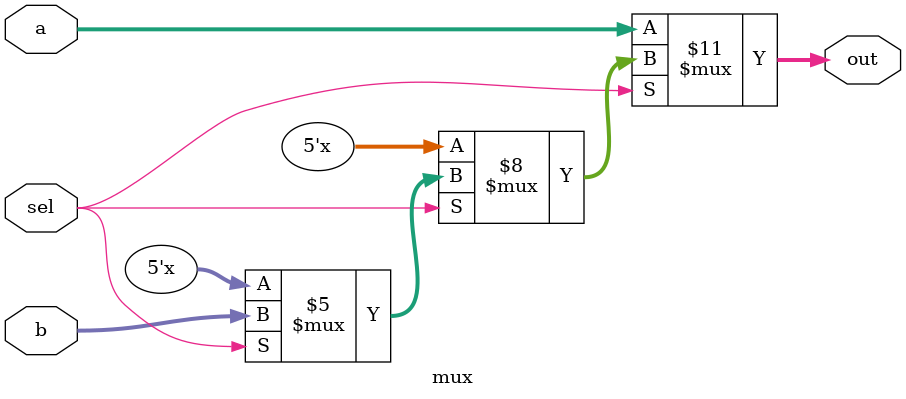
<source format=v>
module mux( 
input [4:0] a, b,
input sel,
output [4:0] out );
// When sel=0, assign a to out. 
// When sel=1, assign b to out.
always @(sel or a or b)
begin : MUX
	if (sel == 0)
	begin
	out = a;
	end
	else if (sel == 1)
	begin
	out = b;
	end
	else 
	begin
	out = 5'bZZZZZZZZ;
	end
end
endmodule

</source>
